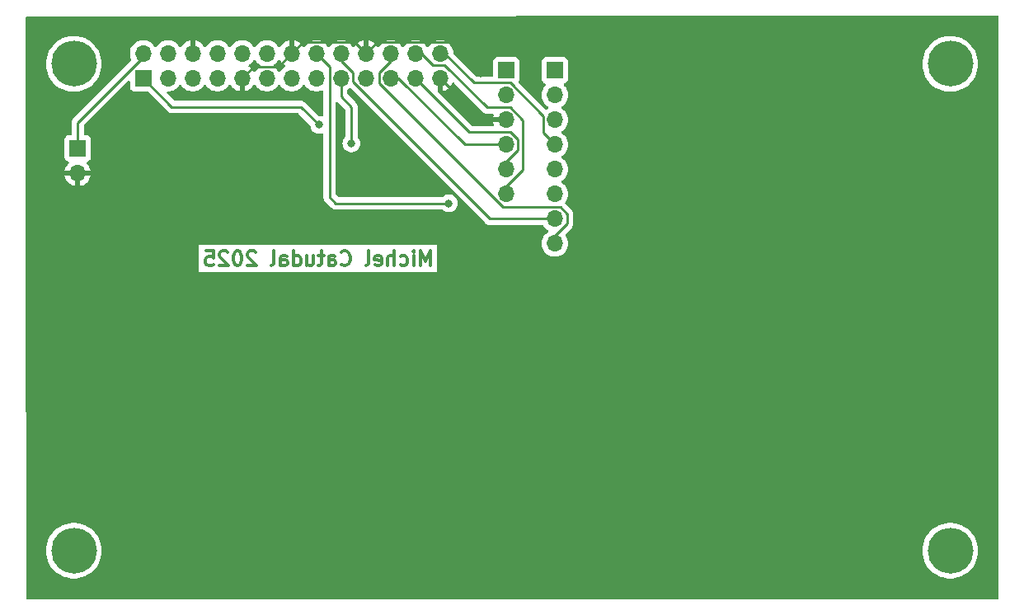
<source format=gbl>
G04 #@! TF.GenerationSoftware,KiCad,Pcbnew,8.0.6*
G04 #@! TF.CreationDate,2025-01-12T23:32:50-05:00*
G04 #@! TF.ProjectId,lcd_adapter,6c63645f-6164-4617-9074-65722e6b6963,rev?*
G04 #@! TF.SameCoordinates,Original*
G04 #@! TF.FileFunction,Copper,L2,Bot*
G04 #@! TF.FilePolarity,Positive*
%FSLAX46Y46*%
G04 Gerber Fmt 4.6, Leading zero omitted, Abs format (unit mm)*
G04 Created by KiCad (PCBNEW 8.0.6) date 2025-01-12 23:32:50*
%MOMM*%
%LPD*%
G01*
G04 APERTURE LIST*
%ADD10C,0.300000*%
G04 #@! TA.AperFunction,NonConductor*
%ADD11C,0.300000*%
G04 #@! TD*
G04 #@! TA.AperFunction,ComponentPad*
%ADD12R,1.700000X1.700000*%
G04 #@! TD*
G04 #@! TA.AperFunction,ComponentPad*
%ADD13O,1.700000X1.700000*%
G04 #@! TD*
G04 #@! TA.AperFunction,ComponentPad*
%ADD14C,4.700000*%
G04 #@! TD*
G04 #@! TA.AperFunction,ViaPad*
%ADD15C,0.800000*%
G04 #@! TD*
G04 #@! TA.AperFunction,Conductor*
%ADD16C,0.250000*%
G04 #@! TD*
G04 APERTURE END LIST*
D10*
D11*
X66599999Y-65723328D02*
X66599999Y-64223328D01*
X66599999Y-64223328D02*
X66099999Y-65294757D01*
X66099999Y-65294757D02*
X65599999Y-64223328D01*
X65599999Y-64223328D02*
X65599999Y-65723328D01*
X64885713Y-65723328D02*
X64885713Y-64723328D01*
X64885713Y-64223328D02*
X64957141Y-64294757D01*
X64957141Y-64294757D02*
X64885713Y-64366185D01*
X64885713Y-64366185D02*
X64814284Y-64294757D01*
X64814284Y-64294757D02*
X64885713Y-64223328D01*
X64885713Y-64223328D02*
X64885713Y-64366185D01*
X63528570Y-65651900D02*
X63671427Y-65723328D01*
X63671427Y-65723328D02*
X63957141Y-65723328D01*
X63957141Y-65723328D02*
X64099998Y-65651900D01*
X64099998Y-65651900D02*
X64171427Y-65580471D01*
X64171427Y-65580471D02*
X64242855Y-65437614D01*
X64242855Y-65437614D02*
X64242855Y-65009042D01*
X64242855Y-65009042D02*
X64171427Y-64866185D01*
X64171427Y-64866185D02*
X64099998Y-64794757D01*
X64099998Y-64794757D02*
X63957141Y-64723328D01*
X63957141Y-64723328D02*
X63671427Y-64723328D01*
X63671427Y-64723328D02*
X63528570Y-64794757D01*
X62885713Y-65723328D02*
X62885713Y-64223328D01*
X62242856Y-65723328D02*
X62242856Y-64937614D01*
X62242856Y-64937614D02*
X62314284Y-64794757D01*
X62314284Y-64794757D02*
X62457141Y-64723328D01*
X62457141Y-64723328D02*
X62671427Y-64723328D01*
X62671427Y-64723328D02*
X62814284Y-64794757D01*
X62814284Y-64794757D02*
X62885713Y-64866185D01*
X60957141Y-65651900D02*
X61099998Y-65723328D01*
X61099998Y-65723328D02*
X61385713Y-65723328D01*
X61385713Y-65723328D02*
X61528570Y-65651900D01*
X61528570Y-65651900D02*
X61599998Y-65509042D01*
X61599998Y-65509042D02*
X61599998Y-64937614D01*
X61599998Y-64937614D02*
X61528570Y-64794757D01*
X61528570Y-64794757D02*
X61385713Y-64723328D01*
X61385713Y-64723328D02*
X61099998Y-64723328D01*
X61099998Y-64723328D02*
X60957141Y-64794757D01*
X60957141Y-64794757D02*
X60885713Y-64937614D01*
X60885713Y-64937614D02*
X60885713Y-65080471D01*
X60885713Y-65080471D02*
X61599998Y-65223328D01*
X60028570Y-65723328D02*
X60171427Y-65651900D01*
X60171427Y-65651900D02*
X60242856Y-65509042D01*
X60242856Y-65509042D02*
X60242856Y-64223328D01*
X57457142Y-65580471D02*
X57528570Y-65651900D01*
X57528570Y-65651900D02*
X57742856Y-65723328D01*
X57742856Y-65723328D02*
X57885713Y-65723328D01*
X57885713Y-65723328D02*
X58099999Y-65651900D01*
X58099999Y-65651900D02*
X58242856Y-65509042D01*
X58242856Y-65509042D02*
X58314285Y-65366185D01*
X58314285Y-65366185D02*
X58385713Y-65080471D01*
X58385713Y-65080471D02*
X58385713Y-64866185D01*
X58385713Y-64866185D02*
X58314285Y-64580471D01*
X58314285Y-64580471D02*
X58242856Y-64437614D01*
X58242856Y-64437614D02*
X58099999Y-64294757D01*
X58099999Y-64294757D02*
X57885713Y-64223328D01*
X57885713Y-64223328D02*
X57742856Y-64223328D01*
X57742856Y-64223328D02*
X57528570Y-64294757D01*
X57528570Y-64294757D02*
X57457142Y-64366185D01*
X56171428Y-65723328D02*
X56171428Y-64937614D01*
X56171428Y-64937614D02*
X56242856Y-64794757D01*
X56242856Y-64794757D02*
X56385713Y-64723328D01*
X56385713Y-64723328D02*
X56671428Y-64723328D01*
X56671428Y-64723328D02*
X56814285Y-64794757D01*
X56171428Y-65651900D02*
X56314285Y-65723328D01*
X56314285Y-65723328D02*
X56671428Y-65723328D01*
X56671428Y-65723328D02*
X56814285Y-65651900D01*
X56814285Y-65651900D02*
X56885713Y-65509042D01*
X56885713Y-65509042D02*
X56885713Y-65366185D01*
X56885713Y-65366185D02*
X56814285Y-65223328D01*
X56814285Y-65223328D02*
X56671428Y-65151900D01*
X56671428Y-65151900D02*
X56314285Y-65151900D01*
X56314285Y-65151900D02*
X56171428Y-65080471D01*
X55671427Y-64723328D02*
X55099999Y-64723328D01*
X55457142Y-64223328D02*
X55457142Y-65509042D01*
X55457142Y-65509042D02*
X55385713Y-65651900D01*
X55385713Y-65651900D02*
X55242856Y-65723328D01*
X55242856Y-65723328D02*
X55099999Y-65723328D01*
X53957142Y-64723328D02*
X53957142Y-65723328D01*
X54599999Y-64723328D02*
X54599999Y-65509042D01*
X54599999Y-65509042D02*
X54528570Y-65651900D01*
X54528570Y-65651900D02*
X54385713Y-65723328D01*
X54385713Y-65723328D02*
X54171427Y-65723328D01*
X54171427Y-65723328D02*
X54028570Y-65651900D01*
X54028570Y-65651900D02*
X53957142Y-65580471D01*
X52599999Y-65723328D02*
X52599999Y-64223328D01*
X52599999Y-65651900D02*
X52742856Y-65723328D01*
X52742856Y-65723328D02*
X53028570Y-65723328D01*
X53028570Y-65723328D02*
X53171427Y-65651900D01*
X53171427Y-65651900D02*
X53242856Y-65580471D01*
X53242856Y-65580471D02*
X53314284Y-65437614D01*
X53314284Y-65437614D02*
X53314284Y-65009042D01*
X53314284Y-65009042D02*
X53242856Y-64866185D01*
X53242856Y-64866185D02*
X53171427Y-64794757D01*
X53171427Y-64794757D02*
X53028570Y-64723328D01*
X53028570Y-64723328D02*
X52742856Y-64723328D01*
X52742856Y-64723328D02*
X52599999Y-64794757D01*
X51242856Y-65723328D02*
X51242856Y-64937614D01*
X51242856Y-64937614D02*
X51314284Y-64794757D01*
X51314284Y-64794757D02*
X51457141Y-64723328D01*
X51457141Y-64723328D02*
X51742856Y-64723328D01*
X51742856Y-64723328D02*
X51885713Y-64794757D01*
X51242856Y-65651900D02*
X51385713Y-65723328D01*
X51385713Y-65723328D02*
X51742856Y-65723328D01*
X51742856Y-65723328D02*
X51885713Y-65651900D01*
X51885713Y-65651900D02*
X51957141Y-65509042D01*
X51957141Y-65509042D02*
X51957141Y-65366185D01*
X51957141Y-65366185D02*
X51885713Y-65223328D01*
X51885713Y-65223328D02*
X51742856Y-65151900D01*
X51742856Y-65151900D02*
X51385713Y-65151900D01*
X51385713Y-65151900D02*
X51242856Y-65080471D01*
X50314284Y-65723328D02*
X50457141Y-65651900D01*
X50457141Y-65651900D02*
X50528570Y-65509042D01*
X50528570Y-65509042D02*
X50528570Y-64223328D01*
X48671427Y-64366185D02*
X48599999Y-64294757D01*
X48599999Y-64294757D02*
X48457142Y-64223328D01*
X48457142Y-64223328D02*
X48099999Y-64223328D01*
X48099999Y-64223328D02*
X47957142Y-64294757D01*
X47957142Y-64294757D02*
X47885713Y-64366185D01*
X47885713Y-64366185D02*
X47814284Y-64509042D01*
X47814284Y-64509042D02*
X47814284Y-64651900D01*
X47814284Y-64651900D02*
X47885713Y-64866185D01*
X47885713Y-64866185D02*
X48742856Y-65723328D01*
X48742856Y-65723328D02*
X47814284Y-65723328D01*
X46885713Y-64223328D02*
X46742856Y-64223328D01*
X46742856Y-64223328D02*
X46599999Y-64294757D01*
X46599999Y-64294757D02*
X46528571Y-64366185D01*
X46528571Y-64366185D02*
X46457142Y-64509042D01*
X46457142Y-64509042D02*
X46385713Y-64794757D01*
X46385713Y-64794757D02*
X46385713Y-65151900D01*
X46385713Y-65151900D02*
X46457142Y-65437614D01*
X46457142Y-65437614D02*
X46528571Y-65580471D01*
X46528571Y-65580471D02*
X46599999Y-65651900D01*
X46599999Y-65651900D02*
X46742856Y-65723328D01*
X46742856Y-65723328D02*
X46885713Y-65723328D01*
X46885713Y-65723328D02*
X47028571Y-65651900D01*
X47028571Y-65651900D02*
X47099999Y-65580471D01*
X47099999Y-65580471D02*
X47171428Y-65437614D01*
X47171428Y-65437614D02*
X47242856Y-65151900D01*
X47242856Y-65151900D02*
X47242856Y-64794757D01*
X47242856Y-64794757D02*
X47171428Y-64509042D01*
X47171428Y-64509042D02*
X47099999Y-64366185D01*
X47099999Y-64366185D02*
X47028571Y-64294757D01*
X47028571Y-64294757D02*
X46885713Y-64223328D01*
X45814285Y-64366185D02*
X45742857Y-64294757D01*
X45742857Y-64294757D02*
X45600000Y-64223328D01*
X45600000Y-64223328D02*
X45242857Y-64223328D01*
X45242857Y-64223328D02*
X45100000Y-64294757D01*
X45100000Y-64294757D02*
X45028571Y-64366185D01*
X45028571Y-64366185D02*
X44957142Y-64509042D01*
X44957142Y-64509042D02*
X44957142Y-64651900D01*
X44957142Y-64651900D02*
X45028571Y-64866185D01*
X45028571Y-64866185D02*
X45885714Y-65723328D01*
X45885714Y-65723328D02*
X44957142Y-65723328D01*
X43600000Y-64223328D02*
X44314286Y-64223328D01*
X44314286Y-64223328D02*
X44385714Y-64937614D01*
X44385714Y-64937614D02*
X44314286Y-64866185D01*
X44314286Y-64866185D02*
X44171429Y-64794757D01*
X44171429Y-64794757D02*
X43814286Y-64794757D01*
X43814286Y-64794757D02*
X43671429Y-64866185D01*
X43671429Y-64866185D02*
X43600000Y-64937614D01*
X43600000Y-64937614D02*
X43528571Y-65080471D01*
X43528571Y-65080471D02*
X43528571Y-65437614D01*
X43528571Y-65437614D02*
X43600000Y-65580471D01*
X43600000Y-65580471D02*
X43671429Y-65651900D01*
X43671429Y-65651900D02*
X43814286Y-65723328D01*
X43814286Y-65723328D02*
X44171429Y-65723328D01*
X44171429Y-65723328D02*
X44314286Y-65651900D01*
X44314286Y-65651900D02*
X44385714Y-65580471D01*
D12*
X30400000Y-53670000D03*
D13*
X30400000Y-56210000D03*
X67600000Y-43930000D03*
X67600000Y-46470000D03*
X65060000Y-43930000D03*
X65060000Y-46470000D03*
X62520000Y-43930000D03*
X62520000Y-46470000D03*
X59980000Y-43930000D03*
X59980000Y-46470000D03*
X57440000Y-43930000D03*
X57440000Y-46470000D03*
X54900000Y-43930000D03*
X54900000Y-46470000D03*
X52360000Y-43930000D03*
X52360000Y-46470000D03*
X49820000Y-43930000D03*
X49820000Y-46470000D03*
X47280000Y-43930000D03*
X47280000Y-46470000D03*
X44740000Y-43930000D03*
X44740000Y-46470000D03*
X42200000Y-43930000D03*
X42200000Y-46470000D03*
X39660000Y-43930000D03*
X39660000Y-46470000D03*
X37120000Y-43930000D03*
D12*
X37120000Y-46470000D03*
D13*
X79400000Y-63450000D03*
X79400000Y-60910000D03*
X79400000Y-58370000D03*
X79400000Y-55830000D03*
X79400000Y-53290000D03*
X79400000Y-50750000D03*
X79400000Y-48210000D03*
D12*
X79400000Y-45670000D03*
X74400000Y-45670000D03*
D13*
X74400000Y-48210000D03*
X74400000Y-50750000D03*
X74400000Y-53290000D03*
X74400000Y-55830000D03*
X74400000Y-58370000D03*
D14*
X30000000Y-45000000D03*
X120000000Y-45000000D03*
X30000000Y-95000000D03*
X120000000Y-95000000D03*
D15*
X58500000Y-53170000D03*
X55200000Y-51270000D03*
X68500000Y-59320000D03*
X71750000Y-46020000D03*
D16*
X58500000Y-53170000D02*
X58500000Y-49420000D01*
X58500000Y-49420000D02*
X57440000Y-48360000D01*
X57440000Y-48360000D02*
X57440000Y-46470000D01*
X55150000Y-51270000D02*
X55200000Y-51270000D01*
X53300000Y-49420000D02*
X55150000Y-51270000D01*
X54900000Y-43930000D02*
X56265000Y-45295000D01*
X56265000Y-45295000D02*
X56265000Y-58685000D01*
X56265000Y-58685000D02*
X56900000Y-59320000D01*
X56900000Y-59320000D02*
X68500000Y-59320000D01*
X40070000Y-49420000D02*
X53300000Y-49420000D01*
X37120000Y-46470000D02*
X40070000Y-49420000D01*
X59980000Y-43930000D02*
X61155000Y-42755000D01*
X69435000Y-42755000D02*
X71750000Y-45070000D01*
X61155000Y-42755000D02*
X69435000Y-42755000D01*
X71750000Y-45070000D02*
X71750000Y-46020000D01*
X67600000Y-43930000D02*
X68060000Y-43930000D01*
X68060000Y-43930000D02*
X71069900Y-46939900D01*
X71069900Y-46939900D02*
X74798900Y-46939900D01*
X74798900Y-46939900D02*
X78223300Y-50364300D01*
X78223300Y-50364300D02*
X78223300Y-52113300D01*
X78223300Y-52113300D02*
X79400000Y-53290000D01*
X65060000Y-43930000D02*
X65710000Y-43930000D01*
X65710000Y-43930000D02*
X66886700Y-45106700D01*
X76086200Y-50767900D02*
X76086200Y-55874800D01*
X66886700Y-45106700D02*
X68086700Y-45106700D01*
X76086200Y-55874800D02*
X74400000Y-57561000D01*
X74400000Y-57561000D02*
X74400000Y-58370000D01*
X68086700Y-45106700D02*
X72460000Y-49480000D01*
X72460000Y-49480000D02*
X74798300Y-49480000D01*
X74798300Y-49480000D02*
X76086200Y-50767900D01*
X52360000Y-43930000D02*
X53535000Y-42755000D01*
X53535000Y-42755000D02*
X58805000Y-42755000D01*
X58805000Y-42755000D02*
X59980000Y-43930000D01*
X67600000Y-46470000D02*
X71880000Y-50750000D01*
X71880000Y-50750000D02*
X74400000Y-50750000D01*
X47280000Y-46470000D02*
X48455000Y-45295000D01*
X48455000Y-45295000D02*
X50995000Y-45295000D01*
X50995000Y-45295000D02*
X52360000Y-43930000D01*
X79400000Y-63450000D02*
X79400000Y-62641000D01*
X79400000Y-62641000D02*
X80656300Y-61384700D01*
X80656300Y-61384700D02*
X80656300Y-60424800D01*
X79960700Y-59729200D02*
X74093800Y-59729200D01*
X80656300Y-60424800D02*
X79960700Y-59729200D01*
X74093800Y-59729200D02*
X61343300Y-46978700D01*
X61343300Y-46978700D02*
X61343300Y-45915600D01*
X61343300Y-45915600D02*
X62520000Y-44738900D01*
X62520000Y-44738900D02*
X62520000Y-43930000D01*
X65060000Y-46470000D02*
X70610000Y-52020000D01*
X70610000Y-52020000D02*
X74825600Y-52020000D01*
X74825600Y-52020000D02*
X75598000Y-52792400D01*
X75598000Y-52792400D02*
X75598000Y-53823000D01*
X75598000Y-53823000D02*
X74400000Y-55021000D01*
X74400000Y-55021000D02*
X74400000Y-55830000D01*
X74400000Y-53290000D02*
X70149000Y-53290000D01*
X63329000Y-46470000D02*
X62520000Y-46470000D01*
X70149000Y-53290000D02*
X63329000Y-46470000D01*
X57440000Y-43930000D02*
X57440000Y-44738900D01*
X57440000Y-44738900D02*
X58616700Y-45915600D01*
X58616700Y-45915600D02*
X58616700Y-46811100D01*
X58616700Y-46811100D02*
X72715600Y-60910000D01*
X72715600Y-60910000D02*
X79400000Y-60910000D01*
X37120000Y-43930000D02*
X37120000Y-44297700D01*
X37120000Y-44297700D02*
X30400000Y-51017700D01*
X30400000Y-51017700D02*
X30400000Y-53670000D01*
G04 #@! TA.AperFunction,Conductor*
G36*
X67854000Y-47804390D02*
G01*
X67934507Y-47790957D01*
X67934516Y-47790955D01*
X68147369Y-47717883D01*
X68147371Y-47717882D01*
X68345300Y-47610768D01*
X68345301Y-47610767D01*
X68522902Y-47472534D01*
X68675325Y-47306958D01*
X68798417Y-47118551D01*
X68847587Y-47006456D01*
X68893268Y-46952107D01*
X68961081Y-46931083D01*
X69029494Y-46950059D01*
X69052070Y-46967974D01*
X71967929Y-49883833D01*
X72056167Y-49972071D01*
X72159925Y-50041400D01*
X72275215Y-50089155D01*
X72397606Y-50113500D01*
X73003438Y-50113500D01*
X73071559Y-50133502D01*
X73118052Y-50187158D01*
X73128156Y-50257432D01*
X73118824Y-50290116D01*
X73111179Y-50307543D01*
X73111176Y-50307550D01*
X73063455Y-50495999D01*
X73063456Y-50496000D01*
X73969297Y-50496000D01*
X73934075Y-50557007D01*
X73900000Y-50684174D01*
X73900000Y-50815826D01*
X73934075Y-50942993D01*
X73969297Y-51004000D01*
X73063455Y-51004000D01*
X73111176Y-51192449D01*
X73111179Y-51192456D01*
X73118824Y-51209884D01*
X73127872Y-51280302D01*
X73097413Y-51344433D01*
X73037118Y-51381915D01*
X73003438Y-51386500D01*
X70924594Y-51386500D01*
X70856473Y-51366498D01*
X70835499Y-51349595D01*
X67382905Y-47897001D01*
X67348879Y-47834689D01*
X67346000Y-47807906D01*
X67346000Y-46900702D01*
X67407007Y-46935925D01*
X67534174Y-46970000D01*
X67665826Y-46970000D01*
X67792993Y-46935925D01*
X67854000Y-46900702D01*
X67854000Y-47804390D01*
G37*
G04 #@! TD.AperFunction*
G04 #@! TA.AperFunction,Conductor*
G36*
X47534000Y-47804390D02*
G01*
X47614507Y-47790957D01*
X47614516Y-47790955D01*
X47827369Y-47717883D01*
X47827371Y-47717882D01*
X48025300Y-47610768D01*
X48025301Y-47610767D01*
X48202902Y-47472534D01*
X48355327Y-47306955D01*
X48444217Y-47170899D01*
X48498220Y-47124810D01*
X48568568Y-47115235D01*
X48632925Y-47145212D01*
X48655183Y-47170898D01*
X48744279Y-47307270D01*
X48896762Y-47472908D01*
X48905526Y-47479729D01*
X49074424Y-47611189D01*
X49272426Y-47718342D01*
X49272427Y-47718342D01*
X49272428Y-47718343D01*
X49352621Y-47745873D01*
X49485365Y-47791444D01*
X49707431Y-47828500D01*
X49707435Y-47828500D01*
X49932565Y-47828500D01*
X49932569Y-47828500D01*
X50154635Y-47791444D01*
X50367574Y-47718342D01*
X50565576Y-47611189D01*
X50743240Y-47472906D01*
X50895722Y-47307268D01*
X50895927Y-47306955D01*
X50954580Y-47217179D01*
X50984518Y-47171354D01*
X51038520Y-47125268D01*
X51108868Y-47115692D01*
X51173225Y-47145669D01*
X51195480Y-47171353D01*
X51218831Y-47207094D01*
X51284275Y-47307265D01*
X51284279Y-47307270D01*
X51436762Y-47472908D01*
X51445526Y-47479729D01*
X51614424Y-47611189D01*
X51812426Y-47718342D01*
X51812427Y-47718342D01*
X51812428Y-47718343D01*
X51892621Y-47745873D01*
X52025365Y-47791444D01*
X52247431Y-47828500D01*
X52247435Y-47828500D01*
X52472565Y-47828500D01*
X52472569Y-47828500D01*
X52694635Y-47791444D01*
X52907574Y-47718342D01*
X53105576Y-47611189D01*
X53283240Y-47472906D01*
X53435722Y-47307268D01*
X53435927Y-47306955D01*
X53494580Y-47217179D01*
X53524518Y-47171354D01*
X53578520Y-47125268D01*
X53648868Y-47115692D01*
X53713225Y-47145669D01*
X53735480Y-47171353D01*
X53758831Y-47207094D01*
X53824275Y-47307265D01*
X53824279Y-47307270D01*
X53976762Y-47472908D01*
X53985526Y-47479729D01*
X54154424Y-47611189D01*
X54352426Y-47718342D01*
X54352427Y-47718342D01*
X54352428Y-47718343D01*
X54432621Y-47745873D01*
X54565365Y-47791444D01*
X54787431Y-47828500D01*
X54787435Y-47828500D01*
X55012565Y-47828500D01*
X55012569Y-47828500D01*
X55234635Y-47791444D01*
X55447574Y-47718342D01*
X55447577Y-47718340D01*
X55452345Y-47716249D01*
X55453045Y-47717845D01*
X55514945Y-47704615D01*
X55581375Y-47729668D01*
X55623715Y-47786657D01*
X55631500Y-47830261D01*
X55631500Y-50277324D01*
X55611498Y-50345445D01*
X55557842Y-50391938D01*
X55487568Y-50402042D01*
X55479303Y-50400571D01*
X55295487Y-50361500D01*
X55189594Y-50361500D01*
X55121473Y-50341498D01*
X55100499Y-50324595D01*
X53703835Y-48927931D01*
X53703833Y-48927929D01*
X53600075Y-48858600D01*
X53484785Y-48810845D01*
X53411086Y-48796185D01*
X53362396Y-48786500D01*
X53362394Y-48786500D01*
X40384594Y-48786500D01*
X40316473Y-48766498D01*
X40295499Y-48749595D01*
X39589499Y-48043595D01*
X39555473Y-47981283D01*
X39560538Y-47910468D01*
X39603085Y-47853632D01*
X39669605Y-47828821D01*
X39678594Y-47828500D01*
X39772565Y-47828500D01*
X39772569Y-47828500D01*
X39994635Y-47791444D01*
X40207574Y-47718342D01*
X40405576Y-47611189D01*
X40583240Y-47472906D01*
X40735722Y-47307268D01*
X40735927Y-47306955D01*
X40794580Y-47217179D01*
X40824518Y-47171354D01*
X40878520Y-47125268D01*
X40948868Y-47115692D01*
X41013225Y-47145669D01*
X41035480Y-47171353D01*
X41058831Y-47207094D01*
X41124275Y-47307265D01*
X41124279Y-47307270D01*
X41276762Y-47472908D01*
X41285526Y-47479729D01*
X41454424Y-47611189D01*
X41652426Y-47718342D01*
X41652427Y-47718342D01*
X41652428Y-47718343D01*
X41732621Y-47745873D01*
X41865365Y-47791444D01*
X42087431Y-47828500D01*
X42087435Y-47828500D01*
X42312565Y-47828500D01*
X42312569Y-47828500D01*
X42534635Y-47791444D01*
X42747574Y-47718342D01*
X42945576Y-47611189D01*
X43123240Y-47472906D01*
X43275722Y-47307268D01*
X43275927Y-47306955D01*
X43334580Y-47217179D01*
X43364518Y-47171354D01*
X43418520Y-47125268D01*
X43488868Y-47115692D01*
X43553225Y-47145669D01*
X43575480Y-47171353D01*
X43598831Y-47207094D01*
X43664275Y-47307265D01*
X43664279Y-47307270D01*
X43816762Y-47472908D01*
X43825526Y-47479729D01*
X43994424Y-47611189D01*
X44192426Y-47718342D01*
X44192427Y-47718342D01*
X44192428Y-47718343D01*
X44272621Y-47745873D01*
X44405365Y-47791444D01*
X44627431Y-47828500D01*
X44627435Y-47828500D01*
X44852565Y-47828500D01*
X44852569Y-47828500D01*
X45074635Y-47791444D01*
X45287574Y-47718342D01*
X45485576Y-47611189D01*
X45663240Y-47472906D01*
X45815722Y-47307268D01*
X45815927Y-47306955D01*
X45881169Y-47207094D01*
X45904816Y-47170898D01*
X45958819Y-47124810D01*
X46029167Y-47115235D01*
X46093524Y-47145212D01*
X46115782Y-47170898D01*
X46204674Y-47306958D01*
X46357097Y-47472534D01*
X46534698Y-47610767D01*
X46534699Y-47610768D01*
X46732628Y-47717882D01*
X46732630Y-47717883D01*
X46945483Y-47790955D01*
X46945492Y-47790957D01*
X47026000Y-47804391D01*
X47026000Y-46900702D01*
X47087007Y-46935925D01*
X47214174Y-46970000D01*
X47345826Y-46970000D01*
X47472993Y-46935925D01*
X47534000Y-46900702D01*
X47534000Y-47804390D01*
G37*
G04 #@! TD.AperFunction*
G04 #@! TA.AperFunction,Conductor*
G36*
X48633225Y-44605669D02*
G01*
X48655480Y-44631353D01*
X48667468Y-44649701D01*
X48744275Y-44767265D01*
X48744279Y-44767270D01*
X48896762Y-44932908D01*
X48951331Y-44975381D01*
X49074424Y-45071189D01*
X49107153Y-45088901D01*
X49107680Y-45089186D01*
X49158071Y-45139200D01*
X49173423Y-45208516D01*
X49148862Y-45275129D01*
X49107680Y-45310813D01*
X49074426Y-45328810D01*
X49074424Y-45328811D01*
X48896762Y-45467091D01*
X48744279Y-45632729D01*
X48655183Y-45769101D01*
X48601179Y-45815189D01*
X48530831Y-45824764D01*
X48466474Y-45794786D01*
X48444217Y-45769100D01*
X48355327Y-45633044D01*
X48202902Y-45467465D01*
X48025301Y-45329232D01*
X48025300Y-45329231D01*
X47991791Y-45311097D01*
X47941401Y-45261083D01*
X47926050Y-45191766D01*
X47950612Y-45125153D01*
X47991790Y-45089472D01*
X48025576Y-45071189D01*
X48203240Y-44932906D01*
X48355722Y-44767268D01*
X48355927Y-44766955D01*
X48392615Y-44710799D01*
X48444518Y-44631354D01*
X48498520Y-44585268D01*
X48568868Y-44575692D01*
X48633225Y-44605669D01*
G37*
G04 #@! TD.AperFunction*
G04 #@! TA.AperFunction,Conductor*
G36*
X51173524Y-44605212D02*
G01*
X51195782Y-44630898D01*
X51284674Y-44766958D01*
X51437097Y-44932534D01*
X51614698Y-45070767D01*
X51614704Y-45070771D01*
X51648207Y-45088902D01*
X51698597Y-45138915D01*
X51713949Y-45208232D01*
X51689388Y-45274845D01*
X51648207Y-45310528D01*
X51614430Y-45328807D01*
X51614424Y-45328811D01*
X51436762Y-45467091D01*
X51284279Y-45632729D01*
X51195483Y-45768643D01*
X51141479Y-45814731D01*
X51071131Y-45824306D01*
X51006774Y-45794329D01*
X50984517Y-45768643D01*
X50895720Y-45632729D01*
X50766220Y-45492057D01*
X50743240Y-45467094D01*
X50743239Y-45467093D01*
X50743237Y-45467091D01*
X50623367Y-45373792D01*
X50565576Y-45328811D01*
X50532319Y-45310813D01*
X50481929Y-45260802D01*
X50466576Y-45191485D01*
X50491136Y-45124872D01*
X50532320Y-45089186D01*
X50532847Y-45088901D01*
X50565576Y-45071189D01*
X50743240Y-44932906D01*
X50895722Y-44767268D01*
X50895927Y-44766955D01*
X50972532Y-44649701D01*
X50984816Y-44630898D01*
X51038819Y-44584810D01*
X51109167Y-44575235D01*
X51173524Y-44605212D01*
G37*
G04 #@! TD.AperFunction*
G04 #@! TA.AperFunction,Conductor*
G36*
X124916515Y-40070085D02*
G01*
X124963061Y-40123694D01*
X124974500Y-40176151D01*
X124974500Y-99848500D01*
X124954498Y-99916621D01*
X124900842Y-99963114D01*
X124848500Y-99974500D01*
X25225832Y-99974500D01*
X25157711Y-99954498D01*
X25111218Y-99900842D01*
X25099832Y-99848605D01*
X25095785Y-95000000D01*
X27136656Y-95000000D01*
X27156016Y-95332403D01*
X27156016Y-95332409D01*
X27156017Y-95332414D01*
X27213838Y-95660333D01*
X27309337Y-95979321D01*
X27309339Y-95979327D01*
X27309340Y-95979328D01*
X27441220Y-96285063D01*
X27441222Y-96285066D01*
X27607711Y-96573433D01*
X27607714Y-96573437D01*
X27806552Y-96840523D01*
X28035057Y-97082724D01*
X28290134Y-97296758D01*
X28568320Y-97479724D01*
X28568328Y-97479729D01*
X28865887Y-97629169D01*
X29022335Y-97686111D01*
X29178775Y-97743051D01*
X29178776Y-97743051D01*
X29178784Y-97743054D01*
X29502786Y-97819843D01*
X29691771Y-97841932D01*
X29833508Y-97858500D01*
X29833511Y-97858500D01*
X30166492Y-97858500D01*
X30290510Y-97844003D01*
X30497214Y-97819843D01*
X30821216Y-97743054D01*
X31134113Y-97629169D01*
X31431672Y-97479729D01*
X31709870Y-97296755D01*
X31964946Y-97082721D01*
X32193449Y-96840522D01*
X32392289Y-96573433D01*
X32558778Y-96285066D01*
X32690663Y-95979321D01*
X32786162Y-95660333D01*
X32843983Y-95332414D01*
X32863344Y-95000000D01*
X117136656Y-95000000D01*
X117156016Y-95332403D01*
X117156016Y-95332409D01*
X117156017Y-95332414D01*
X117213838Y-95660333D01*
X117309337Y-95979321D01*
X117309339Y-95979327D01*
X117309340Y-95979328D01*
X117441220Y-96285063D01*
X117441222Y-96285066D01*
X117607711Y-96573433D01*
X117607714Y-96573437D01*
X117806552Y-96840523D01*
X118035057Y-97082724D01*
X118290134Y-97296758D01*
X118568320Y-97479724D01*
X118568328Y-97479729D01*
X118865887Y-97629169D01*
X119022335Y-97686111D01*
X119178775Y-97743051D01*
X119178776Y-97743051D01*
X119178784Y-97743054D01*
X119502786Y-97819843D01*
X119691771Y-97841932D01*
X119833508Y-97858500D01*
X119833511Y-97858500D01*
X120166492Y-97858500D01*
X120290510Y-97844003D01*
X120497214Y-97819843D01*
X120821216Y-97743054D01*
X121134113Y-97629169D01*
X121431672Y-97479729D01*
X121709870Y-97296755D01*
X121964946Y-97082721D01*
X122193449Y-96840522D01*
X122392289Y-96573433D01*
X122558778Y-96285066D01*
X122690663Y-95979321D01*
X122786162Y-95660333D01*
X122843983Y-95332414D01*
X122863344Y-95000000D01*
X122843983Y-94667586D01*
X122786162Y-94339667D01*
X122690663Y-94020679D01*
X122558778Y-93714934D01*
X122392289Y-93426567D01*
X122193449Y-93159478D01*
X121964946Y-92917279D01*
X121964944Y-92917278D01*
X121964942Y-92917275D01*
X121709865Y-92703241D01*
X121431679Y-92520275D01*
X121431675Y-92520273D01*
X121431672Y-92520271D01*
X121134113Y-92370831D01*
X121134108Y-92370829D01*
X121134103Y-92370827D01*
X120821224Y-92256948D01*
X120821217Y-92256946D01*
X120821216Y-92256946D01*
X120639258Y-92213821D01*
X120497219Y-92180158D01*
X120497209Y-92180156D01*
X120166492Y-92141500D01*
X120166489Y-92141500D01*
X119833511Y-92141500D01*
X119833508Y-92141500D01*
X119502790Y-92180156D01*
X119502780Y-92180158D01*
X119178784Y-92256946D01*
X119178775Y-92256948D01*
X118865896Y-92370827D01*
X118865891Y-92370829D01*
X118568320Y-92520275D01*
X118290134Y-92703241D01*
X118035057Y-92917275D01*
X117806552Y-93159476D01*
X117607714Y-93426562D01*
X117607704Y-93426578D01*
X117441223Y-93714931D01*
X117441220Y-93714936D01*
X117309340Y-94020671D01*
X117309338Y-94020677D01*
X117213838Y-94339666D01*
X117156016Y-94667590D01*
X117156016Y-94667596D01*
X117136656Y-95000000D01*
X32863344Y-95000000D01*
X32843983Y-94667586D01*
X32786162Y-94339667D01*
X32690663Y-94020679D01*
X32558778Y-93714934D01*
X32392289Y-93426567D01*
X32193449Y-93159478D01*
X31964946Y-92917279D01*
X31964944Y-92917278D01*
X31964942Y-92917275D01*
X31709865Y-92703241D01*
X31431679Y-92520275D01*
X31431675Y-92520273D01*
X31431672Y-92520271D01*
X31134113Y-92370831D01*
X31134108Y-92370829D01*
X31134103Y-92370827D01*
X30821224Y-92256948D01*
X30821217Y-92256946D01*
X30821216Y-92256946D01*
X30639258Y-92213821D01*
X30497219Y-92180158D01*
X30497209Y-92180156D01*
X30166492Y-92141500D01*
X30166489Y-92141500D01*
X29833511Y-92141500D01*
X29833508Y-92141500D01*
X29502790Y-92180156D01*
X29502780Y-92180158D01*
X29178784Y-92256946D01*
X29178775Y-92256948D01*
X28865896Y-92370827D01*
X28865891Y-92370829D01*
X28568320Y-92520275D01*
X28290134Y-92703241D01*
X28035057Y-92917275D01*
X27806552Y-93159476D01*
X27607714Y-93426562D01*
X27607704Y-93426578D01*
X27441223Y-93714931D01*
X27441220Y-93714936D01*
X27309340Y-94020671D01*
X27309338Y-94020677D01*
X27213838Y-94339666D01*
X27156016Y-94667590D01*
X27156016Y-94667596D01*
X27136656Y-95000000D01*
X25095785Y-95000000D01*
X25071902Y-66388553D01*
X42863346Y-66388553D01*
X67264660Y-66388553D01*
X67264660Y-63557629D01*
X42863346Y-63557629D01*
X42863346Y-66388553D01*
X25071902Y-66388553D01*
X25062390Y-54992734D01*
X25060536Y-52771350D01*
X29041500Y-52771350D01*
X29041500Y-54568649D01*
X29048009Y-54629196D01*
X29048011Y-54629204D01*
X29099110Y-54766202D01*
X29099112Y-54766207D01*
X29186738Y-54883261D01*
X29303792Y-54970887D01*
X29303796Y-54970889D01*
X29419312Y-55013975D01*
X29476148Y-55056522D01*
X29500958Y-55123042D01*
X29485866Y-55192416D01*
X29467981Y-55217367D01*
X29324674Y-55373041D01*
X29201580Y-55561451D01*
X29111179Y-55767543D01*
X29111176Y-55767550D01*
X29063455Y-55955999D01*
X29063456Y-55956000D01*
X29969297Y-55956000D01*
X29934075Y-56017007D01*
X29900000Y-56144174D01*
X29900000Y-56275826D01*
X29934075Y-56402993D01*
X29969297Y-56464000D01*
X29063455Y-56464000D01*
X29111176Y-56652449D01*
X29111179Y-56652456D01*
X29201580Y-56858548D01*
X29324674Y-57046958D01*
X29477097Y-57212534D01*
X29654698Y-57350767D01*
X29654699Y-57350768D01*
X29852628Y-57457882D01*
X29852630Y-57457883D01*
X30065483Y-57530955D01*
X30065492Y-57530957D01*
X30146000Y-57544391D01*
X30146000Y-56640702D01*
X30207007Y-56675925D01*
X30334174Y-56710000D01*
X30465826Y-56710000D01*
X30592993Y-56675925D01*
X30654000Y-56640702D01*
X30654000Y-57544390D01*
X30734507Y-57530957D01*
X30734516Y-57530955D01*
X30947369Y-57457883D01*
X30947371Y-57457882D01*
X31145300Y-57350768D01*
X31145301Y-57350767D01*
X31322902Y-57212534D01*
X31475325Y-57046958D01*
X31598419Y-56858548D01*
X31688820Y-56652456D01*
X31688823Y-56652449D01*
X31736544Y-56464000D01*
X30830703Y-56464000D01*
X30865925Y-56402993D01*
X30900000Y-56275826D01*
X30900000Y-56144174D01*
X30865925Y-56017007D01*
X30830703Y-55956000D01*
X31736544Y-55956000D01*
X31736544Y-55955999D01*
X31688823Y-55767550D01*
X31688820Y-55767543D01*
X31598419Y-55561451D01*
X31475325Y-55373041D01*
X31332018Y-55217367D01*
X31300598Y-55153702D01*
X31308585Y-55083156D01*
X31353444Y-55028127D01*
X31380679Y-55013977D01*
X31496204Y-54970889D01*
X31613261Y-54883261D01*
X31655307Y-54827094D01*
X31700887Y-54766207D01*
X31700887Y-54766206D01*
X31700889Y-54766204D01*
X31751989Y-54629201D01*
X31758500Y-54568638D01*
X31758500Y-52771362D01*
X31758499Y-52771350D01*
X31751990Y-52710803D01*
X31751988Y-52710795D01*
X31700889Y-52573797D01*
X31700887Y-52573792D01*
X31613261Y-52456738D01*
X31496207Y-52369112D01*
X31496202Y-52369110D01*
X31359204Y-52318011D01*
X31359196Y-52318009D01*
X31298649Y-52311500D01*
X31298638Y-52311500D01*
X31159500Y-52311500D01*
X31091379Y-52291498D01*
X31044886Y-52237842D01*
X31033500Y-52185500D01*
X31033500Y-51332294D01*
X31053502Y-51264173D01*
X31070405Y-51243199D01*
X35546405Y-46767199D01*
X35608717Y-46733173D01*
X35679532Y-46738238D01*
X35736368Y-46780785D01*
X35761179Y-46847305D01*
X35761500Y-46856294D01*
X35761500Y-47368649D01*
X35768009Y-47429196D01*
X35768011Y-47429204D01*
X35819110Y-47566202D01*
X35819112Y-47566207D01*
X35906738Y-47683261D01*
X36023792Y-47770887D01*
X36023794Y-47770888D01*
X36023796Y-47770889D01*
X36077600Y-47790957D01*
X36160795Y-47821988D01*
X36160803Y-47821990D01*
X36221350Y-47828499D01*
X36221355Y-47828499D01*
X36221362Y-47828500D01*
X37530406Y-47828500D01*
X37598527Y-47848502D01*
X37619501Y-47865405D01*
X39666167Y-49912071D01*
X39769925Y-49981400D01*
X39885215Y-50029155D01*
X40007606Y-50053500D01*
X40132394Y-50053500D01*
X52985406Y-50053500D01*
X53053527Y-50073502D01*
X53074501Y-50090405D01*
X54258749Y-51274653D01*
X54292775Y-51336965D01*
X54294964Y-51350577D01*
X54306457Y-51459927D01*
X54328553Y-51527929D01*
X54365473Y-51641556D01*
X54365476Y-51641561D01*
X54460958Y-51806941D01*
X54460965Y-51806951D01*
X54588744Y-51948864D01*
X54588747Y-51948866D01*
X54743248Y-52061118D01*
X54917712Y-52138794D01*
X55104513Y-52178500D01*
X55295492Y-52178500D01*
X55479303Y-52139429D01*
X55550093Y-52144830D01*
X55606726Y-52187647D01*
X55631220Y-52254284D01*
X55631500Y-52262675D01*
X55631500Y-58747396D01*
X55638594Y-58783058D01*
X55655845Y-58869785D01*
X55703600Y-58985075D01*
X55772929Y-59088833D01*
X56496167Y-59812072D01*
X56599925Y-59881401D01*
X56661955Y-59907094D01*
X56715215Y-59929155D01*
X56837606Y-59953500D01*
X56837607Y-59953500D01*
X56962394Y-59953500D01*
X67791800Y-59953500D01*
X67859921Y-59973502D01*
X67885437Y-59995190D01*
X67888747Y-59998866D01*
X68043248Y-60111118D01*
X68217712Y-60188794D01*
X68404513Y-60228500D01*
X68595487Y-60228500D01*
X68782288Y-60188794D01*
X68956752Y-60111118D01*
X69111253Y-59998866D01*
X69239040Y-59856944D01*
X69334527Y-59691556D01*
X69393542Y-59509928D01*
X69413504Y-59320000D01*
X69393542Y-59130072D01*
X69334527Y-58948444D01*
X69239040Y-58783056D01*
X69239038Y-58783054D01*
X69239034Y-58783048D01*
X69111255Y-58641135D01*
X68956752Y-58528882D01*
X68782288Y-58451206D01*
X68595487Y-58411500D01*
X68404513Y-58411500D01*
X68217711Y-58451206D01*
X68043247Y-58528882D01*
X67888747Y-58641133D01*
X67885437Y-58644810D01*
X67824991Y-58682050D01*
X67791800Y-58686500D01*
X57214595Y-58686500D01*
X57146474Y-58666498D01*
X57125500Y-58649595D01*
X56935405Y-58459500D01*
X56901379Y-58397188D01*
X56898500Y-58370405D01*
X56898500Y-49018594D01*
X56918502Y-48950473D01*
X56972158Y-48903980D01*
X57042432Y-48893876D01*
X57107012Y-48923370D01*
X57113595Y-48929499D01*
X57829595Y-49645499D01*
X57863621Y-49707811D01*
X57866500Y-49734594D01*
X57866500Y-52467474D01*
X57846498Y-52535595D01*
X57834137Y-52551784D01*
X57760957Y-52633059D01*
X57665476Y-52798438D01*
X57665473Y-52798445D01*
X57606457Y-52980072D01*
X57586496Y-53170000D01*
X57606457Y-53359927D01*
X57636526Y-53452470D01*
X57665473Y-53541556D01*
X57665476Y-53541561D01*
X57760958Y-53706941D01*
X57760965Y-53706951D01*
X57888744Y-53848864D01*
X57888747Y-53848866D01*
X58043248Y-53961118D01*
X58217712Y-54038794D01*
X58404513Y-54078500D01*
X58595487Y-54078500D01*
X58782288Y-54038794D01*
X58956752Y-53961118D01*
X59111253Y-53848866D01*
X59171394Y-53782073D01*
X59239034Y-53706951D01*
X59239035Y-53706949D01*
X59239040Y-53706944D01*
X59334527Y-53541556D01*
X59393542Y-53359928D01*
X59413504Y-53170000D01*
X59393542Y-52980072D01*
X59334527Y-52798444D01*
X59270869Y-52688185D01*
X59239042Y-52633059D01*
X59239041Y-52633058D01*
X59239040Y-52633056D01*
X59165863Y-52551784D01*
X59135146Y-52487776D01*
X59133500Y-52467474D01*
X59133500Y-49357607D01*
X59133499Y-49357603D01*
X59132224Y-49351192D01*
X59109155Y-49235215D01*
X59061400Y-49119925D01*
X58992071Y-49016167D01*
X58903833Y-48927929D01*
X58110405Y-48134501D01*
X58076379Y-48072189D01*
X58073500Y-48045406D01*
X58073500Y-47746920D01*
X58093502Y-47678799D01*
X58139527Y-47636108D01*
X58185576Y-47611189D01*
X58286322Y-47532774D01*
X58352362Y-47506718D01*
X58422008Y-47520503D01*
X58452806Y-47543110D01*
X72311767Y-61402072D01*
X72415525Y-61471401D01*
X72497047Y-61505168D01*
X72530815Y-61519155D01*
X72653206Y-61543500D01*
X72653207Y-61543500D01*
X72777994Y-61543500D01*
X78122962Y-61543500D01*
X78191083Y-61563502D01*
X78228445Y-61600585D01*
X78324275Y-61747265D01*
X78324279Y-61747270D01*
X78476762Y-61912908D01*
X78531331Y-61955381D01*
X78654424Y-62051189D01*
X78687680Y-62069186D01*
X78738071Y-62119200D01*
X78753423Y-62188516D01*
X78728862Y-62255129D01*
X78687680Y-62290814D01*
X78654426Y-62308810D01*
X78654424Y-62308811D01*
X78476762Y-62447091D01*
X78324279Y-62612729D01*
X78324275Y-62612734D01*
X78201141Y-62801206D01*
X78110703Y-63007386D01*
X78110702Y-63007387D01*
X78055437Y-63225624D01*
X78036844Y-63450000D01*
X78055437Y-63674375D01*
X78110702Y-63892612D01*
X78110703Y-63892613D01*
X78201141Y-64098793D01*
X78324275Y-64287265D01*
X78324279Y-64287270D01*
X78476762Y-64452908D01*
X78531331Y-64495381D01*
X78654424Y-64591189D01*
X78852426Y-64698342D01*
X78852427Y-64698342D01*
X78852428Y-64698343D01*
X78964227Y-64736723D01*
X79065365Y-64771444D01*
X79287431Y-64808500D01*
X79287435Y-64808500D01*
X79512565Y-64808500D01*
X79512569Y-64808500D01*
X79734635Y-64771444D01*
X79947574Y-64698342D01*
X80145576Y-64591189D01*
X80323240Y-64452906D01*
X80475722Y-64287268D01*
X80598860Y-64098791D01*
X80689296Y-63892616D01*
X80744564Y-63674368D01*
X80763156Y-63450000D01*
X80744564Y-63225632D01*
X80689296Y-63007384D01*
X80598860Y-62801209D01*
X80589280Y-62786546D01*
X80472872Y-62608369D01*
X80474562Y-62607264D01*
X80451680Y-62549300D01*
X80465452Y-62479652D01*
X80488067Y-62448835D01*
X81148371Y-61788533D01*
X81217700Y-61684775D01*
X81265455Y-61569485D01*
X81289800Y-61447094D01*
X81289800Y-60362406D01*
X81265455Y-60240015D01*
X81217700Y-60124725D01*
X81148371Y-60020967D01*
X81060133Y-59932729D01*
X80492336Y-59364932D01*
X80458310Y-59302620D01*
X80463375Y-59231805D01*
X80475948Y-59206922D01*
X80598860Y-59018791D01*
X80689296Y-58812616D01*
X80744564Y-58594368D01*
X80763156Y-58370000D01*
X80744564Y-58145632D01*
X80689296Y-57927384D01*
X80598860Y-57721209D01*
X80592140Y-57710924D01*
X80475724Y-57532734D01*
X80475720Y-57532729D01*
X80323237Y-57367091D01*
X80241382Y-57303381D01*
X80145576Y-57228811D01*
X80112319Y-57210813D01*
X80061929Y-57160802D01*
X80046576Y-57091485D01*
X80071136Y-57024872D01*
X80112320Y-56989186D01*
X80145576Y-56971189D01*
X80323240Y-56832906D01*
X80475722Y-56667268D01*
X80598860Y-56478791D01*
X80689296Y-56272616D01*
X80744564Y-56054368D01*
X80763156Y-55830000D01*
X80744564Y-55605632D01*
X80689296Y-55387384D01*
X80598860Y-55181209D01*
X80517398Y-55056522D01*
X80475724Y-54992734D01*
X80475720Y-54992729D01*
X80323237Y-54827091D01*
X80241382Y-54763381D01*
X80145576Y-54688811D01*
X80112319Y-54670813D01*
X80061929Y-54620802D01*
X80046576Y-54551485D01*
X80071136Y-54484872D01*
X80112320Y-54449186D01*
X80145576Y-54431189D01*
X80323240Y-54292906D01*
X80475722Y-54127268D01*
X80598860Y-53938791D01*
X80689296Y-53732616D01*
X80744564Y-53514368D01*
X80763156Y-53290000D01*
X80744564Y-53065632D01*
X80702202Y-52898348D01*
X80689297Y-52847387D01*
X80689296Y-52847386D01*
X80689296Y-52847384D01*
X80598860Y-52641209D01*
X80554817Y-52573796D01*
X80475724Y-52452734D01*
X80475720Y-52452729D01*
X80351701Y-52318011D01*
X80323240Y-52287094D01*
X80323239Y-52287093D01*
X80323237Y-52287091D01*
X80241382Y-52223381D01*
X80145576Y-52148811D01*
X80112319Y-52130813D01*
X80061929Y-52080802D01*
X80046576Y-52011485D01*
X80071136Y-51944872D01*
X80112320Y-51909186D01*
X80145576Y-51891189D01*
X80323240Y-51752906D01*
X80475722Y-51587268D01*
X80598860Y-51398791D01*
X80689296Y-51192616D01*
X80744564Y-50974368D01*
X80763156Y-50750000D01*
X80744564Y-50525632D01*
X80700063Y-50349901D01*
X80689297Y-50307387D01*
X80689296Y-50307386D01*
X80689296Y-50307384D01*
X80598860Y-50101209D01*
X80520584Y-49981398D01*
X80475724Y-49912734D01*
X80475720Y-49912729D01*
X80323237Y-49747091D01*
X80192712Y-49645499D01*
X80145576Y-49608811D01*
X80112319Y-49590813D01*
X80061929Y-49540802D01*
X80046576Y-49471485D01*
X80071136Y-49404872D01*
X80112320Y-49369186D01*
X80145576Y-49351189D01*
X80323240Y-49212906D01*
X80475722Y-49047268D01*
X80598860Y-48858791D01*
X80689296Y-48652616D01*
X80744564Y-48434368D01*
X80763156Y-48210000D01*
X80744564Y-47985632D01*
X80716714Y-47875654D01*
X80689297Y-47767387D01*
X80689296Y-47767386D01*
X80689296Y-47767384D01*
X80598860Y-47561209D01*
X80574850Y-47524459D01*
X80475724Y-47372734D01*
X80475719Y-47372729D01*
X80415457Y-47307268D01*
X80332524Y-47217179D01*
X80301103Y-47153514D01*
X80309090Y-47082968D01*
X80353948Y-47027939D01*
X80381183Y-47013789D01*
X80496204Y-46970889D01*
X80542911Y-46935925D01*
X80613261Y-46883261D01*
X80700887Y-46766207D01*
X80700887Y-46766206D01*
X80700889Y-46766204D01*
X80751989Y-46629201D01*
X80757985Y-46573433D01*
X80758499Y-46568649D01*
X80758500Y-46568632D01*
X80758500Y-45000000D01*
X117136656Y-45000000D01*
X117156016Y-45332403D01*
X117156016Y-45332409D01*
X117171324Y-45419227D01*
X117213838Y-45660333D01*
X117309337Y-45979321D01*
X117309339Y-45979327D01*
X117309340Y-45979328D01*
X117441220Y-46285063D01*
X117441223Y-46285068D01*
X117595397Y-46552104D01*
X117607711Y-46573433D01*
X117806551Y-46840522D01*
X117834455Y-46870099D01*
X118035057Y-47082724D01*
X118290134Y-47296758D01*
X118557954Y-47472906D01*
X118568328Y-47479729D01*
X118865887Y-47629169D01*
X118983128Y-47671841D01*
X119178775Y-47743051D01*
X119178776Y-47743051D01*
X119178784Y-47743054D01*
X119502786Y-47819843D01*
X119691771Y-47841932D01*
X119833508Y-47858500D01*
X119833511Y-47858500D01*
X120166492Y-47858500D01*
X120290510Y-47844003D01*
X120497214Y-47819843D01*
X120821216Y-47743054D01*
X121134113Y-47629169D01*
X121431672Y-47479729D01*
X121709870Y-47296755D01*
X121964946Y-47082721D01*
X122193449Y-46840522D01*
X122392289Y-46573433D01*
X122558778Y-46285066D01*
X122690663Y-45979321D01*
X122786162Y-45660333D01*
X122843983Y-45332414D01*
X122863344Y-45000000D01*
X122843983Y-44667586D01*
X122786162Y-44339667D01*
X122690663Y-44020679D01*
X122558778Y-43714934D01*
X122392289Y-43426567D01*
X122193449Y-43159478D01*
X121964946Y-42917279D01*
X121964944Y-42917278D01*
X121964942Y-42917275D01*
X121709865Y-42703241D01*
X121431679Y-42520275D01*
X121431675Y-42520273D01*
X121431672Y-42520271D01*
X121134113Y-42370831D01*
X121134108Y-42370829D01*
X121134103Y-42370827D01*
X120821224Y-42256948D01*
X120821217Y-42256946D01*
X120821216Y-42256946D01*
X120639258Y-42213821D01*
X120497219Y-42180158D01*
X120497209Y-42180156D01*
X120166492Y-42141500D01*
X120166489Y-42141500D01*
X119833511Y-42141500D01*
X119833508Y-42141500D01*
X119502790Y-42180156D01*
X119502780Y-42180158D01*
X119178784Y-42256946D01*
X119178775Y-42256948D01*
X118865896Y-42370827D01*
X118865891Y-42370829D01*
X118568320Y-42520275D01*
X118290134Y-42703241D01*
X118035057Y-42917275D01*
X117806552Y-43159476D01*
X117607714Y-43426562D01*
X117607704Y-43426578D01*
X117441223Y-43714931D01*
X117441220Y-43714936D01*
X117309340Y-44020671D01*
X117309338Y-44020677D01*
X117213838Y-44339666D01*
X117156016Y-44667590D01*
X117156016Y-44667596D01*
X117136656Y-45000000D01*
X80758500Y-45000000D01*
X80758500Y-44771367D01*
X80758499Y-44771350D01*
X80751990Y-44710803D01*
X80751988Y-44710795D01*
X80701596Y-44575692D01*
X80700889Y-44573796D01*
X80700888Y-44573794D01*
X80700887Y-44573792D01*
X80613261Y-44456738D01*
X80496207Y-44369112D01*
X80496202Y-44369110D01*
X80359204Y-44318011D01*
X80359196Y-44318009D01*
X80298649Y-44311500D01*
X80298638Y-44311500D01*
X78501362Y-44311500D01*
X78501350Y-44311500D01*
X78440803Y-44318009D01*
X78440795Y-44318011D01*
X78303797Y-44369110D01*
X78303792Y-44369112D01*
X78186738Y-44456738D01*
X78099112Y-44573792D01*
X78099110Y-44573797D01*
X78048011Y-44710795D01*
X78048009Y-44710803D01*
X78041500Y-44771350D01*
X78041500Y-46568649D01*
X78048009Y-46629196D01*
X78048011Y-46629204D01*
X78099110Y-46766202D01*
X78099112Y-46766207D01*
X78186738Y-46883261D01*
X78303791Y-46970886D01*
X78303792Y-46970886D01*
X78303796Y-46970889D01*
X78418810Y-47013787D01*
X78475642Y-47056332D01*
X78500453Y-47122852D01*
X78485362Y-47192226D01*
X78467475Y-47217179D01*
X78324280Y-47372729D01*
X78324275Y-47372734D01*
X78201141Y-47561206D01*
X78110703Y-47767386D01*
X78110702Y-47767387D01*
X78055437Y-47985624D01*
X78036844Y-48210000D01*
X78055437Y-48434375D01*
X78110702Y-48652612D01*
X78110703Y-48652613D01*
X78110704Y-48652616D01*
X78174007Y-48796933D01*
X78201141Y-48858793D01*
X78324275Y-49047265D01*
X78324279Y-49047270D01*
X78476762Y-49212908D01*
X78505418Y-49235212D01*
X78654424Y-49351189D01*
X78687680Y-49369186D01*
X78738071Y-49419200D01*
X78753423Y-49488516D01*
X78728862Y-49555129D01*
X78687680Y-49590814D01*
X78654424Y-49608810D01*
X78654416Y-49608816D01*
X78578756Y-49667704D01*
X78512713Y-49693760D01*
X78443068Y-49679974D01*
X78412271Y-49657367D01*
X75701124Y-46946220D01*
X75667098Y-46883908D01*
X75672163Y-46813093D01*
X75689350Y-46781616D01*
X75700889Y-46766204D01*
X75751989Y-46629201D01*
X75757985Y-46573433D01*
X75758499Y-46568649D01*
X75758500Y-46568632D01*
X75758500Y-44771367D01*
X75758499Y-44771350D01*
X75751990Y-44710803D01*
X75751988Y-44710795D01*
X75701596Y-44575692D01*
X75700889Y-44573796D01*
X75700888Y-44573794D01*
X75700887Y-44573792D01*
X75613261Y-44456738D01*
X75496207Y-44369112D01*
X75496202Y-44369110D01*
X75359204Y-44318011D01*
X75359196Y-44318009D01*
X75298649Y-44311500D01*
X75298638Y-44311500D01*
X73501362Y-44311500D01*
X73501350Y-44311500D01*
X73440803Y-44318009D01*
X73440795Y-44318011D01*
X73303797Y-44369110D01*
X73303792Y-44369112D01*
X73186738Y-44456738D01*
X73099112Y-44573792D01*
X73099110Y-44573797D01*
X73048011Y-44710795D01*
X73048009Y-44710803D01*
X73041500Y-44771350D01*
X73041500Y-46180400D01*
X73021498Y-46248521D01*
X72967842Y-46295014D01*
X72915500Y-46306400D01*
X71384494Y-46306400D01*
X71316373Y-46286398D01*
X71295399Y-46269495D01*
X68996471Y-43970567D01*
X68962445Y-43908255D01*
X68959998Y-43891891D01*
X68944564Y-43705632D01*
X68889296Y-43487384D01*
X68798860Y-43281209D01*
X68781597Y-43254786D01*
X68675724Y-43092734D01*
X68675720Y-43092729D01*
X68559570Y-42966559D01*
X68523240Y-42927094D01*
X68523239Y-42927093D01*
X68523237Y-42927091D01*
X68441382Y-42863381D01*
X68345576Y-42788811D01*
X68147574Y-42681658D01*
X68147572Y-42681657D01*
X68147571Y-42681656D01*
X67934639Y-42608557D01*
X67934630Y-42608555D01*
X67857029Y-42595606D01*
X67712569Y-42571500D01*
X67487431Y-42571500D01*
X67342971Y-42595606D01*
X67265369Y-42608555D01*
X67265360Y-42608557D01*
X67052428Y-42681656D01*
X67052426Y-42681658D01*
X66854426Y-42788810D01*
X66854424Y-42788811D01*
X66676762Y-42927091D01*
X66524279Y-43092729D01*
X66435483Y-43228643D01*
X66381479Y-43274731D01*
X66311131Y-43284306D01*
X66246774Y-43254329D01*
X66224517Y-43228643D01*
X66135720Y-43092729D01*
X66019570Y-42966559D01*
X65983240Y-42927094D01*
X65983239Y-42927093D01*
X65983237Y-42927091D01*
X65901382Y-42863381D01*
X65805576Y-42788811D01*
X65607574Y-42681658D01*
X65607572Y-42681657D01*
X65607571Y-42681656D01*
X65394639Y-42608557D01*
X65394630Y-42608555D01*
X65317029Y-42595606D01*
X65172569Y-42571500D01*
X64947431Y-42571500D01*
X64802971Y-42595606D01*
X64725369Y-42608555D01*
X64725360Y-42608557D01*
X64512428Y-42681656D01*
X64512426Y-42681658D01*
X64314426Y-42788810D01*
X64314424Y-42788811D01*
X64136762Y-42927091D01*
X63984279Y-43092729D01*
X63895483Y-43228643D01*
X63841479Y-43274731D01*
X63771131Y-43284306D01*
X63706774Y-43254329D01*
X63684517Y-43228643D01*
X63595720Y-43092729D01*
X63479570Y-42966559D01*
X63443240Y-42927094D01*
X63443239Y-42927093D01*
X63443237Y-42927091D01*
X63361382Y-42863381D01*
X63265576Y-42788811D01*
X63067574Y-42681658D01*
X63067572Y-42681657D01*
X63067571Y-42681656D01*
X62854639Y-42608557D01*
X62854630Y-42608555D01*
X62777029Y-42595606D01*
X62632569Y-42571500D01*
X62407431Y-42571500D01*
X62262971Y-42595606D01*
X62185369Y-42608555D01*
X62185360Y-42608557D01*
X61972428Y-42681656D01*
X61972426Y-42681658D01*
X61774426Y-42788810D01*
X61774424Y-42788811D01*
X61596762Y-42927091D01*
X61444279Y-43092729D01*
X61355183Y-43229101D01*
X61301179Y-43275189D01*
X61230831Y-43284764D01*
X61166474Y-43254786D01*
X61144217Y-43229100D01*
X61055327Y-43093044D01*
X60902902Y-42927465D01*
X60725301Y-42789232D01*
X60725300Y-42789231D01*
X60527371Y-42682117D01*
X60527369Y-42682116D01*
X60314512Y-42609043D01*
X60314501Y-42609040D01*
X60234000Y-42595606D01*
X60234000Y-43499297D01*
X60172993Y-43464075D01*
X60045826Y-43430000D01*
X59914174Y-43430000D01*
X59787007Y-43464075D01*
X59726000Y-43499297D01*
X59726000Y-42595607D01*
X59725999Y-42595606D01*
X59645498Y-42609040D01*
X59645487Y-42609043D01*
X59432630Y-42682116D01*
X59432628Y-42682117D01*
X59234699Y-42789231D01*
X59234698Y-42789232D01*
X59057097Y-42927465D01*
X58904670Y-43093045D01*
X58815780Y-43229101D01*
X58761776Y-43275189D01*
X58691428Y-43284764D01*
X58627071Y-43254786D01*
X58604816Y-43229101D01*
X58559328Y-43159476D01*
X58515724Y-43092734D01*
X58515720Y-43092729D01*
X58399570Y-42966559D01*
X58363240Y-42927094D01*
X58363239Y-42927093D01*
X58363237Y-42927091D01*
X58281382Y-42863381D01*
X58185576Y-42788811D01*
X57987574Y-42681658D01*
X57987572Y-42681657D01*
X57987571Y-42681656D01*
X57774639Y-42608557D01*
X57774630Y-42608555D01*
X57697029Y-42595606D01*
X57552569Y-42571500D01*
X57327431Y-42571500D01*
X57182971Y-42595606D01*
X57105369Y-42608555D01*
X57105360Y-42608557D01*
X56892428Y-42681656D01*
X56892426Y-42681658D01*
X56694426Y-42788810D01*
X56694424Y-42788811D01*
X56516762Y-42927091D01*
X56364279Y-43092729D01*
X56275483Y-43228643D01*
X56221479Y-43274731D01*
X56151131Y-43284306D01*
X56086774Y-43254329D01*
X56064517Y-43228643D01*
X55975720Y-43092729D01*
X55859570Y-42966559D01*
X55823240Y-42927094D01*
X55823239Y-42927093D01*
X55823237Y-42927091D01*
X55741382Y-42863381D01*
X55645576Y-42788811D01*
X55447574Y-42681658D01*
X55447572Y-42681657D01*
X55447571Y-42681656D01*
X55234639Y-42608557D01*
X55234630Y-42608555D01*
X55157029Y-42595606D01*
X55012569Y-42571500D01*
X54787431Y-42571500D01*
X54642971Y-42595606D01*
X54565369Y-42608555D01*
X54565360Y-42608557D01*
X54352428Y-42681656D01*
X54352426Y-42681658D01*
X54154426Y-42788810D01*
X54154424Y-42788811D01*
X53976762Y-42927091D01*
X53824279Y-43092729D01*
X53735183Y-43229101D01*
X53681179Y-43275189D01*
X53610831Y-43284764D01*
X53546474Y-43254786D01*
X53524217Y-43229100D01*
X53435327Y-43093044D01*
X53282902Y-42927465D01*
X53105301Y-42789232D01*
X53105300Y-42789231D01*
X52907371Y-42682117D01*
X52907369Y-42682116D01*
X52694512Y-42609043D01*
X52694501Y-42609040D01*
X52614000Y-42595606D01*
X52614000Y-43499297D01*
X52552993Y-43464075D01*
X52425826Y-43430000D01*
X52294174Y-43430000D01*
X52167007Y-43464075D01*
X52106000Y-43499297D01*
X52106000Y-42595607D01*
X52105999Y-42595606D01*
X52025498Y-42609040D01*
X52025487Y-42609043D01*
X51812630Y-42682116D01*
X51812628Y-42682117D01*
X51614699Y-42789231D01*
X51614698Y-42789232D01*
X51437097Y-42927465D01*
X51284670Y-43093045D01*
X51195780Y-43229101D01*
X51141776Y-43275189D01*
X51071428Y-43284764D01*
X51007071Y-43254786D01*
X50984816Y-43229101D01*
X50939328Y-43159476D01*
X50895724Y-43092734D01*
X50895720Y-43092729D01*
X50779570Y-42966559D01*
X50743240Y-42927094D01*
X50743239Y-42927093D01*
X50743237Y-42927091D01*
X50661382Y-42863381D01*
X50565576Y-42788811D01*
X50367574Y-42681658D01*
X50367572Y-42681657D01*
X50367571Y-42681656D01*
X50154639Y-42608557D01*
X50154630Y-42608555D01*
X50077029Y-42595606D01*
X49932569Y-42571500D01*
X49707431Y-42571500D01*
X49562971Y-42595606D01*
X49485369Y-42608555D01*
X49485360Y-42608557D01*
X49272428Y-42681656D01*
X49272426Y-42681658D01*
X49074426Y-42788810D01*
X49074424Y-42788811D01*
X48896762Y-42927091D01*
X48744279Y-43092729D01*
X48655483Y-43228643D01*
X48601479Y-43274731D01*
X48531131Y-43284306D01*
X48466774Y-43254329D01*
X48444517Y-43228643D01*
X48355720Y-43092729D01*
X48239570Y-42966559D01*
X48203240Y-42927094D01*
X48203239Y-42927093D01*
X48203237Y-42927091D01*
X48121382Y-42863381D01*
X48025576Y-42788811D01*
X47827574Y-42681658D01*
X47827572Y-42681657D01*
X47827571Y-42681656D01*
X47614639Y-42608557D01*
X47614630Y-42608555D01*
X47537029Y-42595606D01*
X47392569Y-42571500D01*
X47167431Y-42571500D01*
X47022971Y-42595606D01*
X46945369Y-42608555D01*
X46945360Y-42608557D01*
X46732428Y-42681656D01*
X46732426Y-42681658D01*
X46534426Y-42788810D01*
X46534424Y-42788811D01*
X46356762Y-42927091D01*
X46204279Y-43092729D01*
X46115483Y-43228643D01*
X46061479Y-43274731D01*
X45991131Y-43284306D01*
X45926774Y-43254329D01*
X45904517Y-43228643D01*
X45815720Y-43092729D01*
X45699570Y-42966559D01*
X45663240Y-42927094D01*
X45663239Y-42927093D01*
X45663237Y-42927091D01*
X45581382Y-42863381D01*
X45485576Y-42788811D01*
X45287574Y-42681658D01*
X45287572Y-42681657D01*
X45287571Y-42681656D01*
X45074639Y-42608557D01*
X45074630Y-42608555D01*
X44997029Y-42595606D01*
X44852569Y-42571500D01*
X44627431Y-42571500D01*
X44482971Y-42595606D01*
X44405369Y-42608555D01*
X44405360Y-42608557D01*
X44192428Y-42681656D01*
X44192426Y-42681658D01*
X43994426Y-42788810D01*
X43994424Y-42788811D01*
X43816762Y-42927091D01*
X43664279Y-43092729D01*
X43575183Y-43229101D01*
X43521179Y-43275189D01*
X43450831Y-43284764D01*
X43386474Y-43254786D01*
X43364217Y-43229100D01*
X43275327Y-43093044D01*
X43122902Y-42927465D01*
X42945301Y-42789232D01*
X42945300Y-42789231D01*
X42747371Y-42682117D01*
X42747369Y-42682116D01*
X42534512Y-42609043D01*
X42534501Y-42609040D01*
X42454000Y-42595606D01*
X42454000Y-43499297D01*
X42392993Y-43464075D01*
X42265826Y-43430000D01*
X42134174Y-43430000D01*
X42007007Y-43464075D01*
X41946000Y-43499297D01*
X41946000Y-42595607D01*
X41945999Y-42595606D01*
X41865498Y-42609040D01*
X41865487Y-42609043D01*
X41652630Y-42682116D01*
X41652628Y-42682117D01*
X41454699Y-42789231D01*
X41454698Y-42789232D01*
X41277097Y-42927465D01*
X41124670Y-43093045D01*
X41035780Y-43229101D01*
X40981776Y-43275189D01*
X40911428Y-43284764D01*
X40847071Y-43254786D01*
X40824816Y-43229101D01*
X40779328Y-43159476D01*
X40735724Y-43092734D01*
X40735720Y-43092729D01*
X40619570Y-42966559D01*
X40583240Y-42927094D01*
X40583239Y-42927093D01*
X40583237Y-42927091D01*
X40501382Y-42863381D01*
X40405576Y-42788811D01*
X40207574Y-42681658D01*
X40207572Y-42681657D01*
X40207571Y-42681656D01*
X39994639Y-42608557D01*
X39994630Y-42608555D01*
X39917029Y-42595606D01*
X39772569Y-42571500D01*
X39547431Y-42571500D01*
X39402971Y-42595606D01*
X39325369Y-42608555D01*
X39325360Y-42608557D01*
X39112428Y-42681656D01*
X39112426Y-42681658D01*
X38914426Y-42788810D01*
X38914424Y-42788811D01*
X38736762Y-42927091D01*
X38584279Y-43092729D01*
X38495483Y-43228643D01*
X38441479Y-43274731D01*
X38371131Y-43284306D01*
X38306774Y-43254329D01*
X38284517Y-43228643D01*
X38195720Y-43092729D01*
X38079570Y-42966559D01*
X38043240Y-42927094D01*
X38043239Y-42927093D01*
X38043237Y-42927091D01*
X37961382Y-42863381D01*
X37865576Y-42788811D01*
X37667574Y-42681658D01*
X37667572Y-42681657D01*
X37667571Y-42681656D01*
X37454639Y-42608557D01*
X37454630Y-42608555D01*
X37377029Y-42595606D01*
X37232569Y-42571500D01*
X37007431Y-42571500D01*
X36862971Y-42595606D01*
X36785369Y-42608555D01*
X36785360Y-42608557D01*
X36572428Y-42681656D01*
X36572426Y-42681658D01*
X36374426Y-42788810D01*
X36374424Y-42788811D01*
X36196762Y-42927091D01*
X36044279Y-43092729D01*
X36044275Y-43092734D01*
X35921141Y-43281206D01*
X35830703Y-43487386D01*
X35830702Y-43487387D01*
X35775437Y-43705624D01*
X35775436Y-43705630D01*
X35775436Y-43705632D01*
X35756844Y-43930000D01*
X35773095Y-44126121D01*
X35775437Y-44154375D01*
X35830702Y-44372612D01*
X35830703Y-44372613D01*
X35830704Y-44372616D01*
X35890664Y-44509314D01*
X35893226Y-44515153D01*
X35902272Y-44585571D01*
X35871811Y-44649701D01*
X35866933Y-44654861D01*
X29996167Y-50525629D01*
X29907931Y-50613864D01*
X29907926Y-50613871D01*
X29838601Y-50717623D01*
X29790846Y-50832912D01*
X29766500Y-50955303D01*
X29766500Y-52185500D01*
X29746498Y-52253621D01*
X29692842Y-52300114D01*
X29640500Y-52311500D01*
X29501350Y-52311500D01*
X29440803Y-52318009D01*
X29440795Y-52318011D01*
X29303797Y-52369110D01*
X29303792Y-52369112D01*
X29186738Y-52456738D01*
X29099112Y-52573792D01*
X29099110Y-52573797D01*
X29048011Y-52710795D01*
X29048009Y-52710803D01*
X29041500Y-52771350D01*
X25060536Y-52771350D01*
X25054048Y-45000000D01*
X27136656Y-45000000D01*
X27156016Y-45332403D01*
X27156016Y-45332409D01*
X27171324Y-45419227D01*
X27213838Y-45660333D01*
X27309337Y-45979321D01*
X27309339Y-45979327D01*
X27309340Y-45979328D01*
X27441220Y-46285063D01*
X27441223Y-46285068D01*
X27595397Y-46552104D01*
X27607711Y-46573433D01*
X27806551Y-46840522D01*
X27834455Y-46870099D01*
X28035057Y-47082724D01*
X28290134Y-47296758D01*
X28557954Y-47472906D01*
X28568328Y-47479729D01*
X28865887Y-47629169D01*
X28983128Y-47671841D01*
X29178775Y-47743051D01*
X29178776Y-47743051D01*
X29178784Y-47743054D01*
X29502786Y-47819843D01*
X29691771Y-47841932D01*
X29833508Y-47858500D01*
X29833511Y-47858500D01*
X30166492Y-47858500D01*
X30290510Y-47844003D01*
X30497214Y-47819843D01*
X30821216Y-47743054D01*
X31134113Y-47629169D01*
X31431672Y-47479729D01*
X31709870Y-47296755D01*
X31964946Y-47082721D01*
X32193449Y-46840522D01*
X32392289Y-46573433D01*
X32558778Y-46285066D01*
X32690663Y-45979321D01*
X32786162Y-45660333D01*
X32843983Y-45332414D01*
X32863344Y-45000000D01*
X32843983Y-44667586D01*
X32786162Y-44339667D01*
X32690663Y-44020679D01*
X32558778Y-43714934D01*
X32392289Y-43426567D01*
X32193449Y-43159478D01*
X31964946Y-42917279D01*
X31964944Y-42917278D01*
X31964942Y-42917275D01*
X31709865Y-42703241D01*
X31431679Y-42520275D01*
X31431675Y-42520273D01*
X31431672Y-42520271D01*
X31134113Y-42370831D01*
X31134108Y-42370829D01*
X31134103Y-42370827D01*
X30821224Y-42256948D01*
X30821217Y-42256946D01*
X30821216Y-42256946D01*
X30639258Y-42213821D01*
X30497219Y-42180158D01*
X30497209Y-42180156D01*
X30166492Y-42141500D01*
X30166489Y-42141500D01*
X29833511Y-42141500D01*
X29833508Y-42141500D01*
X29502790Y-42180156D01*
X29502780Y-42180158D01*
X29178784Y-42256946D01*
X29178775Y-42256948D01*
X28865896Y-42370827D01*
X28865891Y-42370829D01*
X28568320Y-42520275D01*
X28290134Y-42703241D01*
X28035057Y-42917275D01*
X27806552Y-43159476D01*
X27607714Y-43426562D01*
X27607704Y-43426578D01*
X27441223Y-43714931D01*
X27441220Y-43714936D01*
X27309340Y-44020671D01*
X27309338Y-44020677D01*
X27213838Y-44339666D01*
X27156016Y-44667590D01*
X27156016Y-44667596D01*
X27136656Y-45000000D01*
X25054048Y-45000000D01*
X25050105Y-40275977D01*
X25070050Y-40207841D01*
X25123667Y-40161303D01*
X25175974Y-40149873D01*
X124848376Y-40050151D01*
X124916515Y-40070085D01*
G37*
G04 #@! TD.AperFunction*
M02*

</source>
